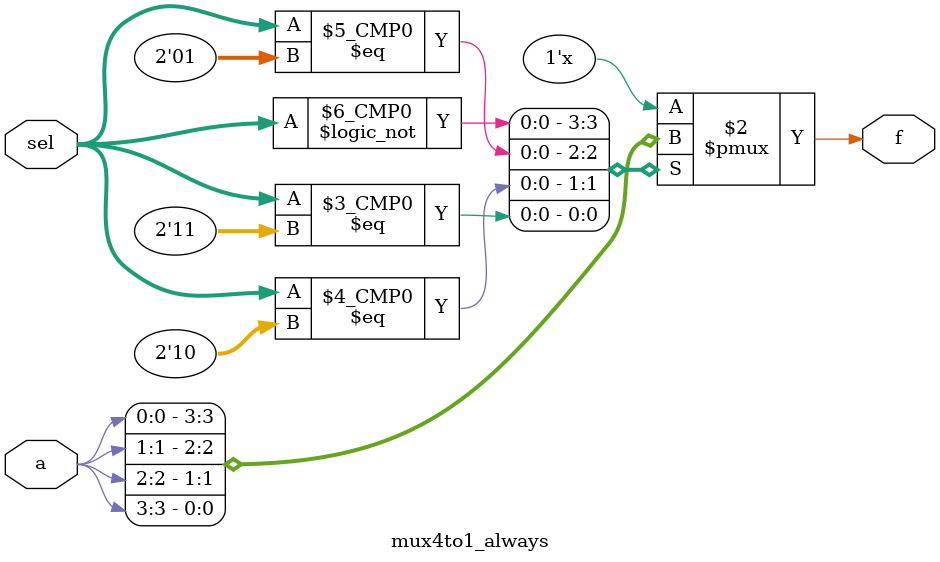
<source format=v>
`timescale 1ns/100ps

module mux4to1_always(f ,a, sel);

	output f;
	input [3:0] a;
	input [1:0] sel;

	reg f;
	always @(sel)
	 case(sel)
	  2'b00:f<=a[0];
	  2'b01:f<=a[1];
	  2'b10:f<=a[2];
	  2'b11:f<=a[3];
	  default:f<=a[0];
	 endcase

endmodule

</source>
